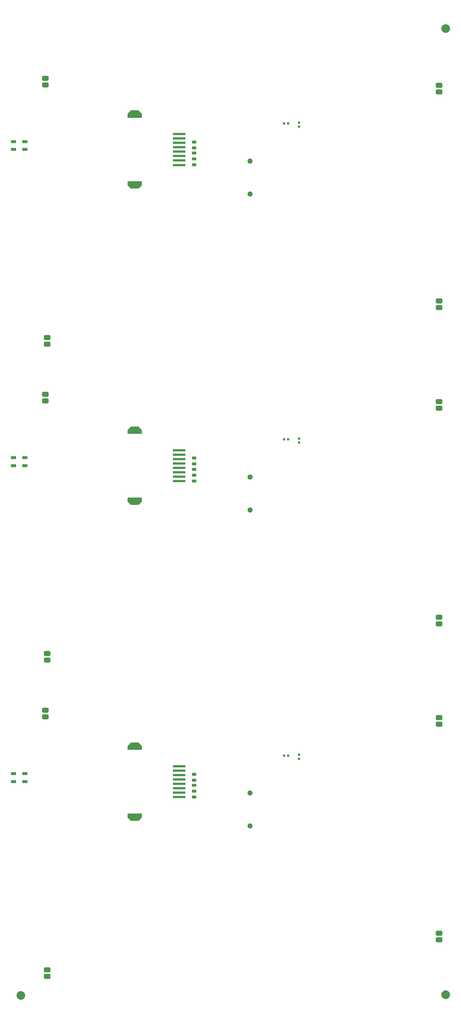
<source format=gbp>
G04*
G04 #@! TF.GenerationSoftware,Altium Limited,Altium Designer,21.0.8 (223)*
G04*
G04 Layer_Color=128*
%FSLAX24Y24*%
%MOIN*%
G70*
G04*
G04 #@! TF.SameCoordinates,7408405E-8583-44A1-A0F5-06007D302AFB*
G04*
G04*
G04 #@! TF.FilePolarity,Positive*
G04*
G01*
G75*
G04:AMPARAMS|DCode=18|XSize=78.7mil|YSize=78.7mil|CornerRadius=39.4mil|HoleSize=0mil|Usage=FLASHONLY|Rotation=90.000|XOffset=0mil|YOffset=0mil|HoleType=Round|Shape=RoundedRectangle|*
%AMROUNDEDRECTD18*
21,1,0.0787,0.0000,0,0,90.0*
21,1,0.0000,0.0787,0,0,90.0*
1,1,0.0787,0.0000,0.0000*
1,1,0.0787,0.0000,0.0000*
1,1,0.0787,0.0000,0.0000*
1,1,0.0787,0.0000,0.0000*
%
%ADD18ROUNDEDRECTD18*%
G04:AMPARAMS|DCode=22|XSize=20mil|YSize=22mil|CornerRadius=3.4mil|HoleSize=0mil|Usage=FLASHONLY|Rotation=90.000|XOffset=0mil|YOffset=0mil|HoleType=Round|Shape=RoundedRectangle|*
%AMROUNDEDRECTD22*
21,1,0.0200,0.0152,0,0,90.0*
21,1,0.0132,0.0220,0,0,90.0*
1,1,0.0068,0.0076,0.0066*
1,1,0.0068,0.0076,-0.0066*
1,1,0.0068,-0.0076,-0.0066*
1,1,0.0068,-0.0076,0.0066*
%
%ADD22ROUNDEDRECTD22*%
G04:AMPARAMS|DCode=26|XSize=20mil|YSize=22mil|CornerRadius=3.4mil|HoleSize=0mil|Usage=FLASHONLY|Rotation=180.000|XOffset=0mil|YOffset=0mil|HoleType=Round|Shape=RoundedRectangle|*
%AMROUNDEDRECTD26*
21,1,0.0200,0.0152,0,0,180.0*
21,1,0.0132,0.0220,0,0,180.0*
1,1,0.0068,-0.0066,0.0076*
1,1,0.0068,0.0066,0.0076*
1,1,0.0068,0.0066,-0.0076*
1,1,0.0068,-0.0066,-0.0076*
%
%ADD26ROUNDEDRECTD26*%
G04:AMPARAMS|DCode=40|XSize=27.1mil|YSize=37.4mil|CornerRadius=4.8mil|HoleSize=0mil|Usage=FLASHONLY|Rotation=90.000|XOffset=0mil|YOffset=0mil|HoleType=Round|Shape=RoundedRectangle|*
%AMROUNDEDRECTD40*
21,1,0.0271,0.0277,0,0,90.0*
21,1,0.0175,0.0374,0,0,90.0*
1,1,0.0097,0.0139,0.0087*
1,1,0.0097,0.0139,-0.0087*
1,1,0.0097,-0.0139,-0.0087*
1,1,0.0097,-0.0139,0.0087*
%
%ADD40ROUNDEDRECTD40*%
%ADD70R,0.1181X0.0220*%
G04:AMPARAMS|DCode=71|XSize=48mil|YSize=48mil|CornerRadius=24mil|HoleSize=0mil|Usage=FLASHONLY|Rotation=180.000|XOffset=0mil|YOffset=0mil|HoleType=Round|Shape=RoundedRectangle|*
%AMROUNDEDRECTD71*
21,1,0.0480,0.0000,0,0,180.0*
21,1,0.0000,0.0480,0,0,180.0*
1,1,0.0480,0.0000,0.0000*
1,1,0.0480,0.0000,0.0000*
1,1,0.0480,0.0000,0.0000*
1,1,0.0480,0.0000,0.0000*
%
%ADD71ROUNDEDRECTD71*%
%ADD72R,0.0472X0.0315*%
G04:AMPARAMS|DCode=73|XSize=44mil|YSize=61mil|CornerRadius=10.5mil|HoleSize=0mil|Usage=FLASHONLY|Rotation=90.000|XOffset=0mil|YOffset=0mil|HoleType=Round|Shape=RoundedRectangle|*
%AMROUNDEDRECTD73*
21,1,0.0440,0.0400,0,0,90.0*
21,1,0.0230,0.0610,0,0,90.0*
1,1,0.0210,0.0200,0.0115*
1,1,0.0210,0.0200,-0.0115*
1,1,0.0210,-0.0200,-0.0115*
1,1,0.0210,-0.0200,0.0115*
%
%ADD73ROUNDEDRECTD73*%
G36*
X23777Y91139D02*
X24088Y90828D01*
X24088Y90462D01*
X22777Y90462D01*
X22777Y90828D01*
X23088Y91139D01*
X23777Y91139D01*
D02*
G37*
G36*
X24088Y84675D02*
X24088Y84309D01*
X23777Y83998D01*
X23088Y83998D01*
X22777Y84309D01*
X22777Y84675D01*
X24088Y84675D01*
D02*
G37*
G36*
X23777Y62360D02*
X24088Y62049D01*
X24088Y61683D01*
X22777Y61683D01*
X22777Y62049D01*
X23088Y62360D01*
X23777Y62360D01*
D02*
G37*
G36*
X24088Y55895D02*
X24088Y55529D01*
X23777Y55218D01*
X23088Y55218D01*
X22777Y55529D01*
X22777Y55895D01*
X24088Y55895D01*
D02*
G37*
G36*
X23777Y33580D02*
X24088Y33269D01*
X24088Y32903D01*
X22777Y32903D01*
X22777Y33269D01*
X23088Y33580D01*
X23777Y33580D01*
D02*
G37*
G36*
X24088Y27116D02*
X24088Y26750D01*
X23777Y26439D01*
X23088Y26439D01*
X22777Y26750D01*
X22777Y27116D01*
X24088Y27116D01*
D02*
G37*
G54D18*
X51800Y98572D02*
D03*
Y10600D02*
D03*
X13061Y10561D02*
D03*
G54D22*
X38407Y32088D02*
D03*
Y32467D02*
D03*
Y60868D02*
D03*
Y61247D02*
D03*
Y89648D02*
D03*
Y90027D02*
D03*
G54D26*
X37432Y32389D02*
D03*
X37053D02*
D03*
X37432Y61168D02*
D03*
X37053D02*
D03*
X37432Y89948D02*
D03*
X37053D02*
D03*
G54D40*
X28870Y29145D02*
D03*
Y28610D02*
D03*
Y29677D02*
D03*
Y29141D02*
D03*
Y30691D02*
D03*
Y30155D02*
D03*
Y57925D02*
D03*
Y57389D02*
D03*
Y58456D02*
D03*
Y57921D02*
D03*
Y59470D02*
D03*
Y58935D02*
D03*
Y86704D02*
D03*
Y86169D02*
D03*
Y87236D02*
D03*
Y86701D02*
D03*
Y88250D02*
D03*
Y87714D02*
D03*
G54D70*
X27502Y28604D02*
D03*
Y29809D02*
D03*
Y30210D02*
D03*
Y30612D02*
D03*
Y31013D02*
D03*
Y31415D02*
D03*
Y29407D02*
D03*
Y29006D02*
D03*
Y57384D02*
D03*
Y58588D02*
D03*
Y58990D02*
D03*
Y59391D02*
D03*
Y59793D02*
D03*
Y60195D02*
D03*
Y58187D02*
D03*
Y57785D02*
D03*
Y86163D02*
D03*
Y87368D02*
D03*
Y87769D02*
D03*
Y88171D02*
D03*
Y88573D02*
D03*
Y88974D02*
D03*
Y86966D02*
D03*
Y86565D02*
D03*
G54D71*
X33969Y25968D02*
D03*
Y28969D02*
D03*
Y54748D02*
D03*
Y57748D02*
D03*
Y83528D02*
D03*
Y86528D02*
D03*
G54D72*
X12391Y30007D02*
D03*
Y30735D02*
D03*
X13411D02*
D03*
Y30007D02*
D03*
X12391Y58786D02*
D03*
Y59515D02*
D03*
X13411D02*
D03*
Y58786D02*
D03*
X12391Y87566D02*
D03*
Y88294D02*
D03*
X13411D02*
D03*
Y87566D02*
D03*
G54D73*
X51183Y15605D02*
D03*
Y16205D02*
D03*
X15271Y36501D02*
D03*
Y35901D02*
D03*
X15451Y12891D02*
D03*
Y12291D02*
D03*
X51191Y35841D02*
D03*
Y35241D02*
D03*
X51183Y44385D02*
D03*
Y44985D02*
D03*
X15271Y65281D02*
D03*
Y64681D02*
D03*
X15451Y41671D02*
D03*
Y41071D02*
D03*
X51191Y64621D02*
D03*
Y64021D02*
D03*
X51183Y73164D02*
D03*
Y73764D02*
D03*
X15271Y94060D02*
D03*
Y93460D02*
D03*
X15451Y70450D02*
D03*
Y69850D02*
D03*
X51191Y93400D02*
D03*
Y92800D02*
D03*
M02*

</source>
